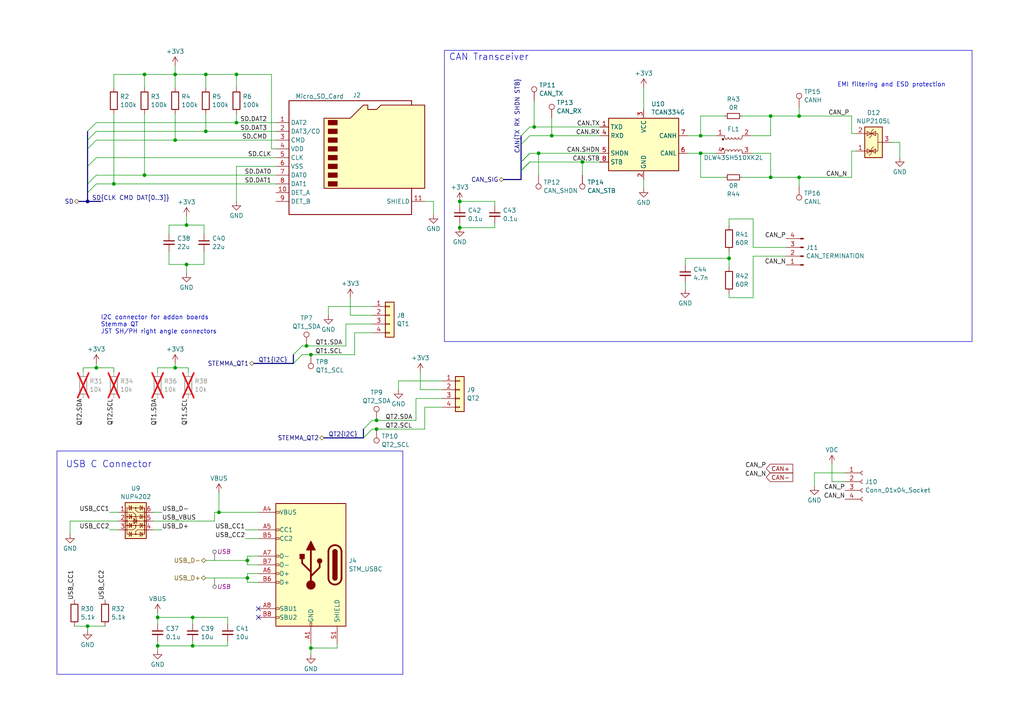
<source format=kicad_sch>
(kicad_sch (version 20230121) (generator eeschema)
  (paper "A4")
  (title_block (title "T3 Telemetry Board") (date "2023-07-26") (rev "1.1a-DRAFT") (company "Solar Vehicle Project"))
  (lib_symbols
    (symbol "Connector:Conn_01x04_Pin" (pin_names (offset 1.016) hide)
      (property "Reference" "J" (at 0 5.08 0))
      (property "Value" "Conn_01x04_Pin" (at 0 -7.62 0))
      (symbol "Conn_01x04_Pin_1_1"
        (pin passive line (at 5.08 2.54 180) (length 3.81) (name "Pin_1") (number "1"))
        (pin passive line (at 5.08 0 180) (length 3.81) (name "Pin_2") (number "2"))
        (pin passive line (at 5.08 -2.54 180) (length 3.81) (name "Pin_3") (number "3"))
        (pin passive line (at 5.08 -5.08 180) (length 3.81) (name "Pin_4") (number "4"))
      )
    )
    (symbol "Connector:Conn_01x04_Socket" (pin_names (offset 1.016) hide)
      (property "Reference" "J" (at 0 5.08 0))
      (property "Value" "Conn_01x04_Socket" (at 0 -7.62 0))
      (symbol "Conn_01x04_Socket_1_1"
        (pin passive line (at -5.08 2.54 0) (length 3.81) (name "Pin_1") (number "1"))
        (pin passive line (at -5.08 0 0) (length 3.81) (name "Pin_2") (number "2"))
        (pin passive line (at -5.08 -2.54 0) (length 3.81) (name "Pin_3") (number "3"))
        (pin passive line (at -5.08 -5.08 0) (length 3.81) (name "Pin_4") (number "4"))
      )
    )
    (symbol "Connector:Micro_SD_Card_Det_Hirose_DM3AT"
      (property "Reference" "J" (at -16.51 17.78 0))
      (property "Value" "Micro_SD_Card_Det_Hirose_DM3AT" (at 16.51 17.78 0))
      (symbol "Micro_SD_Card_Det_Hirose_DM3AT_1_1"
        (pin bidirectional line (at -22.86 10.16 0) (length 3.81) (name "DAT2") (number "1"))
        (pin passive line (at -22.86 -10.16 0) (length 3.81) (name "DET_A") (number "10"))
        (pin passive line (at 20.32 -12.7 180) (length 3.81) (name "SHIELD") (number "11"))
        (pin bidirectional line (at -22.86 7.62 0) (length 3.81) (name "DAT3/CD") (number "2"))
        (pin input line (at -22.86 5.08 0) (length 3.81) (name "CMD") (number "3"))
        (pin power_in line (at -22.86 2.54 0) (length 3.81) (name "VDD") (number "4"))
        (pin input line (at -22.86 0 0) (length 3.81) (name "CLK") (number "5"))
        (pin power_in line (at -22.86 -2.54 0) (length 3.81) (name "VSS") (number "6"))
        (pin bidirectional line (at -22.86 -5.08 0) (length 3.81) (name "DAT0") (number "7"))
        (pin bidirectional line (at -22.86 -7.62 0) (length 3.81) (name "DAT1") (number "8"))
        (pin passive line (at -22.86 -12.7 0) (length 3.81) (name "DET_B") (number "9"))
      )
    )
    (symbol "Connector:TestPoint" (pin_numbers hide) (pin_names (offset 0.762) hide)
      (property "Reference" "TP" (at 0 6.858 0))
      (property "Value" "TestPoint" (at 0 5.08 0))
      (symbol "TestPoint_1_1"
        (pin passive line (at 0 0 90) (length 2.54) (name "1") (number "1"))
      )
    )
    (symbol "Connector:USB_C_Receptacle_USB2.0" (pin_names (offset 1.016))
      (property "Reference" "J" (at -10.16 19.05 0))
      (property "Value" "USB_C_Receptacle_USB2.0" (at 19.05 19.05 0))
      (symbol "USB_C_Receptacle_USB2.0_1_1"
        (pin passive line (at 0 -22.86 90) (length 5.08) (name "GND") (number "A1"))
        (pin passive line (at 0 -22.86 90) (length 5.08) hide (name "GND") (number "A12"))
        (pin passive line (at 15.24 15.24 180) (length 5.08) (name "VBUS") (number "A4"))
        (pin bidirectional line (at 15.24 10.16 180) (length 5.08) (name "CC1") (number "A5"))
        (pin bidirectional line (at 15.24 -2.54 180) (length 5.08) (name "D+") (number "A6"))
        (pin bidirectional line (at 15.24 2.54 180) (length 5.08) (name "D-") (number "A7"))
        (pin bidirectional line (at 15.24 -12.7 180) (length 5.08) (name "SBU1") (number "A8"))
        (pin passive line (at 15.24 15.24 180) (length 5.08) hide (name "VBUS") (number "A9"))
        (pin passive line (at 0 -22.86 90) (length 5.08) hide (name "GND") (number "B1"))
        (pin passive line (at 0 -22.86 90) (length 5.08) hide (name "GND") (number "B12"))
        (pin passive line (at 15.24 15.24 180) (length 5.08) hide (name "VBUS") (number "B4"))
        (pin bidirectional line (at 15.24 7.62 180) (length 5.08) (name "CC2") (number "B5"))
        (pin bidirectional line (at 15.24 -5.08 180) (length 5.08) (name "D+") (number "B6"))
        (pin bidirectional line (at 15.24 0 180) (length 5.08) (name "D-") (number "B7"))
        (pin bidirectional line (at 15.24 -15.24 180) (length 5.08) (name "SBU2") (number "B8"))
        (pin passive line (at 15.24 15.24 180) (length 5.08) hide (name "VBUS") (number "B9"))
        (pin passive line (at -7.62 -22.86 90) (length 5.08) (name "SHIELD") (number "S1"))
      )
    )
    (symbol "Connector_Generic:Conn_01x04" (pin_names (offset 1.016) hide)
      (property "Reference" "J" (at 0 5.08 0))
      (property "Value" "Conn_01x04" (at 0 -7.62 0))
      (symbol "Conn_01x04_1_1"
        (pin passive line (at -5.08 2.54 0) (length 3.81) (name "Pin_1") (number "1"))
        (pin passive line (at -5.08 0 0) (length 3.81) (name "Pin_2") (number "2"))
        (pin passive line (at -5.08 -2.54 0) (length 3.81) (name "Pin_3") (number "3"))
        (pin passive line (at -5.08 -5.08 0) (length 3.81) (name "Pin_4") (number "4"))
      )
    )
    (symbol "Device:C_Small" (pin_numbers hide) (pin_names (offset 0.254) hide)
      (property "Reference" "C" (at 0.254 1.778 0))
      (property "Value" "C_Small" (at 0.254 -2.032 0))
      (symbol "C_Small_1_1"
        (pin passive line (at 0 2.54 270) (length 2.032) (name "~") (number "1"))
        (pin passive line (at 0 -2.54 90) (length 2.032) (name "~") (number "2"))
      )
    )
    (symbol "Device:L_Coupled_1243" (pin_names (offset 0.254) hide)
      (property "Reference" "L" (at 0 4.445 0))
      (property "Value" "L_Coupled_1243" (at 0 -4.445 0))
      (symbol "L_Coupled_1243_1_1"
        (pin passive line (at -5.08 2.54 0) (length 2.54) (name "1") (number "1"))
        (pin passive line (at 5.08 2.54 180) (length 2.54) (name "2") (number "2"))
        (pin passive line (at 5.08 -2.54 180) (length 2.54) (name "3") (number "3"))
        (pin passive line (at -5.08 -2.54 0) (length 2.54) (name "4") (number "4"))
      )
    )
    (symbol "Device:R" (pin_numbers hide) (pin_names (offset 0))
      (property "Reference" "R" (at 2.032 0 90))
      (property "Value" "R" (at 0 0 90))
      (symbol "R_1_1"
        (pin passive line (at 0 3.81 270) (length 1.27) (name "~") (number "1"))
        (pin passive line (at 0 -3.81 90) (length 1.27) (name "~") (number "2"))
      )
    )
    (symbol "Device:R_Small" (pin_numbers hide) (pin_names (offset 0.254) hide)
      (property "Reference" "R" (at 0.762 0.508 0))
      (property "Value" "R_Small" (at 0.762 -1.016 0))
      (symbol "R_Small_1_1"
        (pin passive line (at 0 2.54 270) (length 0.762) (name "~") (number "1"))
        (pin passive line (at 0 -2.54 90) (length 0.762) (name "~") (number "2"))
      )
    )
    (symbol "Interface_CAN_LIN:TCAN334G"
      (property "Reference" "U" (at -10.16 8.89 0))
      (property "Value" "TCAN334G" (at 2.54 8.89 0))
      (symbol "TCAN334G_1_1"
        (pin input line (at -12.7 5.08 0) (length 2.54) (name "TXD") (number "1"))
        (pin power_in line (at 0 -10.16 90) (length 2.54) (name "GND") (number "2"))
        (pin power_in line (at 0 10.16 270) (length 2.54) (name "VCC") (number "3"))
        (pin tri_state line (at -12.7 2.54 0) (length 2.54) (name "RXD") (number "4"))
        (pin input line (at -12.7 -2.54 0) (length 2.54) (name "SHDN") (number "5"))
        (pin bidirectional line (at 12.7 -2.54 180) (length 2.54) (name "CANL") (number "6"))
        (pin bidirectional line (at 12.7 2.54 180) (length 2.54) (name "CANH") (number "7"))
        (pin input line (at -12.7 -5.08 0) (length 2.54) (name "STB") (number "8"))
      )
    )
    (symbol "Power_Protection:NUP2105L" (pin_names hide)
      (property "Reference" "D" (at 5.715 2.54 0))
      (property "Value" "NUP2105L" (at 5.715 0.635 0))
      (symbol "NUP2105L_0_0"
        (pin passive line (at 0 -5.08 90) (length 2.54) (name "A") (number "3"))
      )
      (symbol "NUP2105L_1_1"
        (pin passive line (at -2.54 5.08 270) (length 2.54) (name "K") (number "1"))
        (pin passive line (at 2.54 5.08 270) (length 2.54) (name "K") (number "2"))
      )
    )
    (symbol "Power_Protection:NUP4202"
      (property "Reference" "U" (at -6.985 -2.54 0))
      (property "Value" "NUP4202" (at 6.35 1.27 90))
      (symbol "NUP4202_1_1"
        (pin passive line (at -2.54 -5.08 90) (length 2.54) (name "~") (number "1"))
        (pin passive line (at 0 -5.08 90) (length 2.54) (name "~") (number "2"))
        (pin passive line (at 2.54 -5.08 90) (length 2.54) (name "~") (number "3"))
        (pin passive line (at 2.54 5.08 270) (length 2.54) (name "~") (number "4"))
        (pin passive line (at 0 5.08 270) (length 2.54) (name "~") (number "5"))
        (pin passive line (at -2.54 5.08 270) (length 2.54) (name "~") (number "6"))
      )
    )
    (symbol "power:+3V3" (power) (pin_names (offset 0))
      (property "Value" "+3V3" (at 0 3.556 0))
      (symbol "+3V3_1_1"
        (pin power_in line (at 0 0 90) (length 0) hide (name "+3V3") (number "1"))
      )
    )
    (symbol "power:GND" (power) (pin_names (offset 0))
      (property "Value" "GND" (at 0 -3.81 0))
      (symbol "GND_1_1"
        (pin power_in line (at 0 0 270) (length 0) hide (name "GND") (number "1"))
      )
    )
    (symbol "power:VBUS" (power) (pin_names (offset 0))
      (property "Value" "VBUS" (at 0 3.81 0))
      (symbol "VBUS_1_1"
        (pin power_in line (at 0 0 90) (length 0) hide (name "VBUS") (number "1"))
      )
    )
    (symbol "power:VDC" (power) (pin_names (offset 0))
      (property "Value" "VDC" (at 0 6.35 0))
      (symbol "VDC_1_1"
        (pin power_in line (at 0 0 90) (length 0) hide (name "VDC") (number "1"))
      )
    )
  )
  (junction (at 133.35 58.42))
  (junction (at 168.91 46.99))
  (junction (at 90.17 102.87))
  (junction (at 41.91 21.59))
  (junction (at 223.52 33.655))
  (junction (at 59.69 38.1))
  (junction (at 71.755 162.56))
  (junction (at 68.58 21.59))
  (junction (at 154.94 36.83))
  (junction (at 33.02 53.34))
  (junction (at 55.88 187.325))
  (junction (at 203.2 44.45))
  (junction (at 54.102 76.708))
  (junction (at 50.8 21.59))
  (junction (at 54.102 65.278))
  (junction (at 156.21 44.45))
  (junction (at 68.58 35.56))
  (junction (at 88.9 100.33))
  (junction (at 223.52 51.435))
  (junction (at 55.88 179.07))
  (junction (at 71.755 167.64))
  (junction (at 160.02 39.37))
  (junction (at 59.69 21.59))
  (junction (at 63.5 148.59))
  (junction (at 109.22 121.92))
  (junction (at 90.17 187.96))
  (junction (at 231.775 51.435))
  (junction (at 203.2 39.37))
  (junction (at 133.35 66.04))
  (junction (at 231.775 33.655))
  (junction (at 50.8 40.64))
  (junction (at 50.8 106.68))
  (junction (at 45.72 187.325))
  (junction (at 45.72 179.07))
  (junction (at 27.94 106.68))
  (junction (at 211.455 74.93))
  (junction (at 25.4 181.61))
  (junction (at 25.4 58.42))
  (junction (at 109.22 124.46))
  (junction (at 41.91 50.8))
  (no_connect (at 74.93 176.53))
  (no_connect (at 74.93 179.07))
  (bus_entry (at 151.13 46.99) (size 2.54 -2.54))
  (bus_entry (at 151.13 49.53) (size 2.54 -2.54))
  (bus_entry (at 151.13 41.91) (size 2.54 -2.54))
  (bus_entry (at 27.94 50.8) (size -2.54 2.54))
  (bus_entry (at 27.94 53.34) (size -2.54 2.54))
  (bus_entry (at 151.13 46.99) (size 2.54 -2.54))
  (bus_entry (at 151.13 49.53) (size 2.54 -2.54))
  (bus_entry (at 105.41 124.46) (size 2.54 -2.54))
  (bus_entry (at 85.09 105.41) (size 2.54 -2.54))
  (bus_entry (at 105.41 127) (size 2.54 -2.54))
  (bus_entry (at 85.09 102.87) (size 2.54 -2.54))
  (bus_entry (at 27.94 40.64) (size -2.54 2.54))
  (bus_entry (at 27.94 35.56) (size -2.54 2.54))
  (bus_entry (at 27.94 38.1) (size -2.54 2.54))
  (bus_entry (at 27.94 45.72) (size -2.54 2.54))
  (bus_entry (at 151.13 39.37) (size 2.54 -2.54))
  (wire (pts (xy 247.015 43.815) (xy 247.015 51.435)))
  (wire (pts (xy 55.88 179.07) (xy 45.72 179.07)))
  (wire (pts (xy 211.455 77.47) (xy 211.455 74.93)))
  (wire (pts (xy 74.93 161.29) (xy 71.755 161.29)))
  (wire (pts (xy 215.265 51.435) (xy 223.52 51.435)))
  (wire (pts (xy 31.75 153.67) (xy 34.29 153.67)))
  (wire (pts (xy 27.94 45.72) (xy 80.01 45.72)))
  (wire (pts (xy 168.91 46.99) (xy 168.91 50.8)))
  (wire (pts (xy 241.3 134.62) (xy 241.3 139.7)))
  (wire (pts (xy 143.51 66.04) (xy 143.51 64.77)))
  (wire (pts (xy 245.11 137.16) (xy 236.22 137.16)))
  (bus (pts (xy 105.41 124.46) (xy 105.41 127)))
  (wire (pts (xy 107.95 124.46) (xy 109.22 124.46)))
  (wire (pts (xy 211.455 74.93) (xy 198.755 74.93)))
  (wire (pts (xy 50.8 19.05) (xy 50.8 21.59)))
  (wire (pts (xy 260.985 41.275) (xy 260.985 45.72)))
  (wire (pts (xy 30.48 181.61) (xy 25.4 181.61)))
  (wire (pts (xy 154.94 29.21) (xy 154.94 36.83)))
  (wire (pts (xy 90.17 102.87) (xy 102.87 102.87)))
  (wire (pts (xy 50.8 33.02) (xy 50.8 40.64)))
  (wire (pts (xy 109.22 121.92) (xy 120.65 121.92)))
  (wire (pts (xy 101.6 91.44) (xy 101.6 86.36)))
  (wire (pts (xy 41.91 21.59) (xy 33.02 21.59)))
  (wire (pts (xy 46.99 153.67) (xy 44.45 153.67)))
  (wire (pts (xy 186.69 25.4) (xy 186.69 31.75)))
  (wire (pts (xy 63.5 142.875) (xy 63.5 148.59)))
  (wire (pts (xy 54.102 62.738) (xy 54.102 65.278)))
  (wire (pts (xy 90.17 187.96) (xy 90.17 186.69)))
  (wire (pts (xy 80.01 43.18) (xy 78.74 43.18)))
  (wire (pts (xy 109.22 124.46) (xy 123.19 124.46)))
  (wire (pts (xy 125.73 58.42) (xy 125.73 62.23)))
  (wire (pts (xy 218.44 86.36) (xy 218.44 74.295)))
  (wire (pts (xy 59.69 33.02) (xy 59.69 38.1)))
  (wire (pts (xy 59.69 38.1) (xy 80.01 38.1)))
  (wire (pts (xy 33.02 106.68) (xy 27.94 106.68)))
  (bus (pts (xy 151.13 41.91) (xy 151.13 46.99)))
  (wire (pts (xy 128.27 113.03) (xy 121.92 113.03)))
  (wire (pts (xy 27.94 53.34) (xy 33.02 53.34)))
  (wire (pts (xy 247.015 38.735) (xy 248.285 38.735)))
  (bus (pts (xy 25.4 53.34) (xy 25.4 55.88)))
  (bus (pts (xy 25.4 43.18) (xy 25.4 48.26)))
  (wire (pts (xy 231.775 51.435) (xy 231.775 53.975)))
  (wire (pts (xy 41.91 33.02) (xy 41.91 50.8)))
  (wire (pts (xy 71.755 161.29) (xy 71.755 162.56)))
  (wire (pts (xy 25.4 181.61) (xy 25.4 182.88)))
  (wire (pts (xy 97.79 187.96) (xy 90.17 187.96)))
  (wire (pts (xy 154.94 36.83) (xy 173.99 36.83)))
  (wire (pts (xy 120.65 115.57) (xy 120.65 121.92)))
  (wire (pts (xy 71.755 163.83) (xy 74.93 163.83)))
  (wire (pts (xy 71.755 162.56) (xy 71.755 163.83)))
  (wire (pts (xy 87.63 100.33) (xy 88.9 100.33)))
  (wire (pts (xy 218.44 74.295) (xy 227.965 74.295)))
  (wire (pts (xy 54.61 106.68) (xy 50.8 106.68)))
  (wire (pts (xy 50.8 40.64) (xy 80.01 40.64)))
  (wire (pts (xy 245.11 139.7) (xy 241.3 139.7)))
  (wire (pts (xy 54.61 107.95) (xy 54.61 106.68)))
  (wire (pts (xy 59.182 65.278) (xy 59.182 67.818)))
  (wire (pts (xy 71.12 156.21) (xy 74.93 156.21)))
  (wire (pts (xy 95.25 88.9) (xy 95.25 91.44)))
  (wire (pts (xy 247.015 43.815) (xy 248.285 43.815)))
  (wire (pts (xy 59.69 167.64) (xy 71.755 167.64)))
  (wire (pts (xy 143.51 58.42) (xy 143.51 59.69)))
  (wire (pts (xy 62.23 151.13) (xy 62.23 148.59)))
  (wire (pts (xy 236.22 137.16) (xy 236.22 140.97)))
  (wire (pts (xy 27.94 105.41) (xy 27.94 106.68)))
  (wire (pts (xy 54.102 65.278) (xy 49.022 65.278)))
  (wire (pts (xy 231.775 51.435) (xy 247.015 51.435)))
  (wire (pts (xy 203.2 33.655) (xy 203.2 39.37)))
  (wire (pts (xy 123.19 58.42) (xy 125.73 58.42)))
  (wire (pts (xy 41.91 50.8) (xy 80.01 50.8)))
  (wire (pts (xy 207.645 39.37) (xy 203.2 39.37)))
  (wire (pts (xy 227.965 71.755) (xy 218.44 71.755)))
  (wire (pts (xy 68.58 33.02) (xy 68.58 35.56)))
  (wire (pts (xy 156.21 44.45) (xy 156.21 50.8)))
  (wire (pts (xy 90.17 189.865) (xy 90.17 187.96)))
  (wire (pts (xy 45.72 179.07) (xy 45.72 180.975)))
  (wire (pts (xy 211.455 86.36) (xy 218.44 86.36)))
  (wire (pts (xy 88.9 100.33) (xy 100.33 100.33)))
  (wire (pts (xy 66.04 186.055) (xy 66.04 187.325)))
  (wire (pts (xy 115.57 110.49) (xy 115.57 113.03)))
  (wire (pts (xy 21.59 181.61) (xy 25.4 181.61)))
  (wire (pts (xy 33.02 53.34) (xy 80.01 53.34)))
  (wire (pts (xy 223.52 39.37) (xy 217.805 39.37)))
  (wire (pts (xy 128.27 115.57) (xy 120.65 115.57)))
  (wire (pts (xy 50.8 106.68) (xy 45.72 106.68)))
  (wire (pts (xy 62.23 148.59) (xy 63.5 148.59)))
  (wire (pts (xy 153.67 44.45) (xy 156.21 44.45)))
  (bus (pts (xy 22.86 58.42) (xy 25.4 58.42)))
  (wire (pts (xy 33.02 21.59) (xy 33.02 25.4)))
  (bus (pts (xy 25.4 58.42) (xy 25.4 55.88)))
  (wire (pts (xy 87.63 102.87) (xy 90.17 102.87)))
  (wire (pts (xy 102.87 96.52) (xy 102.87 102.87)))
  (wire (pts (xy 168.91 46.99) (xy 173.99 46.99)))
  (wire (pts (xy 27.94 50.8) (xy 41.91 50.8)))
  (wire (pts (xy 133.35 58.42) (xy 133.35 59.69)))
  (wire (pts (xy 207.645 44.45) (xy 203.2 44.45)))
  (wire (pts (xy 31.75 148.59) (xy 34.29 148.59)))
  (wire (pts (xy 20.32 154.94) (xy 20.32 151.13)))
  (wire (pts (xy 215.265 33.655) (xy 223.52 33.655)))
  (wire (pts (xy 66.04 187.325) (xy 55.88 187.325)))
  (wire (pts (xy 41.91 21.59) (xy 50.8 21.59)))
  (wire (pts (xy 44.45 151.13) (xy 62.23 151.13)))
  (wire (pts (xy 55.88 186.055) (xy 55.88 187.325)))
  (wire (pts (xy 74.93 166.37) (xy 71.755 166.37)))
  (bus (pts (xy 151.13 39.37) (xy 151.13 41.91)))
  (bus (pts (xy 93.98 127) (xy 105.41 127)))
  (wire (pts (xy 59.69 21.59) (xy 68.58 21.59)))
  (wire (pts (xy 33.02 33.02) (xy 33.02 53.34)))
  (wire (pts (xy 203.2 44.45) (xy 199.39 44.45)))
  (wire (pts (xy 34.29 151.13) (xy 20.32 151.13)))
  (wire (pts (xy 68.58 48.26) (xy 68.58 58.42)))
  (wire (pts (xy 78.74 21.59) (xy 68.58 21.59)))
  (bus (pts (xy 73.66 105.41) (xy 85.09 105.41)))
  (wire (pts (xy 211.455 63.5) (xy 211.455 65.405)))
  (wire (pts (xy 68.58 35.56) (xy 80.01 35.56)))
  (wire (pts (xy 50.8 21.59) (xy 50.8 25.4)))
  (wire (pts (xy 123.19 118.11) (xy 123.19 124.46)))
  (wire (pts (xy 66.04 180.975) (xy 66.04 179.07)))
  (wire (pts (xy 107.95 121.92) (xy 109.22 121.92)))
  (wire (pts (xy 66.04 179.07) (xy 55.88 179.07)))
  (wire (pts (xy 203.2 51.435) (xy 203.2 44.45)))
  (wire (pts (xy 50.8 105.41) (xy 50.8 106.68)))
  (wire (pts (xy 27.94 106.68) (xy 24.13 106.68)))
  (wire (pts (xy 45.72 186.055) (xy 45.72 187.325)))
  (wire (pts (xy 258.445 41.275) (xy 260.985 41.275)))
  (wire (pts (xy 121.92 113.03) (xy 121.92 107.95)))
  (wire (pts (xy 41.91 21.59) (xy 41.91 25.4)))
  (wire (pts (xy 49.022 76.708) (xy 49.022 72.898)))
  (wire (pts (xy 223.52 33.655) (xy 223.52 39.37)))
  (bus (pts (xy 146.05 52.07) (xy 151.13 52.07)))
  (wire (pts (xy 218.44 63.5) (xy 211.455 63.5)))
  (wire (pts (xy 97.79 186.69) (xy 97.79 187.96)))
  (wire (pts (xy 45.72 177.8) (xy 45.72 179.07)))
  (wire (pts (xy 45.72 187.325) (xy 45.72 188.595)))
  (wire (pts (xy 27.94 35.56) (xy 68.58 35.56)))
  (wire (pts (xy 107.95 88.9) (xy 95.25 88.9)))
  (wire (pts (xy 55.88 179.07) (xy 55.88 180.975)))
  (wire (pts (xy 198.755 74.93) (xy 198.755 76.835)))
  (wire (pts (xy 128.27 118.11) (xy 123.19 118.11)))
  (wire (pts (xy 54.102 65.278) (xy 59.182 65.278)))
  (wire (pts (xy 71.12 153.67) (xy 74.93 153.67)))
  (wire (pts (xy 210.185 51.435) (xy 203.2 51.435)))
  (wire (pts (xy 133.35 66.04) (xy 143.51 66.04)))
  (wire (pts (xy 45.72 106.68) (xy 45.72 107.95)))
  (wire (pts (xy 133.35 64.77) (xy 133.35 66.04)))
  (wire (pts (xy 211.455 73.025) (xy 211.455 74.93)))
  (wire (pts (xy 33.02 107.95) (xy 33.02 106.68)))
  (wire (pts (xy 156.21 44.45) (xy 173.99 44.45)))
  (wire (pts (xy 107.95 93.98) (xy 100.33 93.98)))
  (wire (pts (xy 46.99 148.59) (xy 44.45 148.59)))
  (wire (pts (xy 210.185 33.655) (xy 203.2 33.655)))
  (wire (pts (xy 231.775 31.115) (xy 231.775 33.655)))
  (bus (pts (xy 85.09 102.87) (xy 85.09 105.41)))
  (wire (pts (xy 198.755 81.915) (xy 198.755 83.82)))
  (bus (pts (xy 25.4 58.42) (xy 29.21 58.42)))
  (wire (pts (xy 78.74 43.18) (xy 78.74 21.59)))
  (wire (pts (xy 223.52 33.655) (xy 231.775 33.655)))
  (wire (pts (xy 218.44 71.755) (xy 218.44 63.5)))
  (wire (pts (xy 27.94 40.64) (xy 50.8 40.64)))
  (wire (pts (xy 107.95 96.52) (xy 102.87 96.52)))
  (wire (pts (xy 231.775 33.655) (xy 247.015 33.655)))
  (wire (pts (xy 203.2 39.37) (xy 199.39 39.37)))
  (wire (pts (xy 211.455 85.09) (xy 211.455 86.36)))
  (wire (pts (xy 63.5 148.59) (xy 74.93 148.59)))
  (wire (pts (xy 59.182 76.708) (xy 54.102 76.708)))
  (wire (pts (xy 133.35 58.42) (xy 143.51 58.42)))
  (wire (pts (xy 160.02 39.37) (xy 173.99 39.37)))
  (wire (pts (xy 153.67 46.99) (xy 168.91 46.99)))
  (wire (pts (xy 153.67 36.83) (xy 154.94 36.83)))
  (wire (pts (xy 223.52 51.435) (xy 231.775 51.435)))
  (wire (pts (xy 223.52 44.45) (xy 217.805 44.45)))
  (wire (pts (xy 55.88 187.325) (xy 45.72 187.325)))
  (bus (pts (xy 25.4 38.1) (xy 25.4 40.64)))
  (wire (pts (xy 59.69 162.56) (xy 71.755 162.56)))
  (wire (pts (xy 49.022 65.278) (xy 49.022 67.818)))
  (wire (pts (xy 80.01 48.26) (xy 68.58 48.26)))
  (wire (pts (xy 54.102 76.708) (xy 49.022 76.708)))
  (wire (pts (xy 59.182 72.898) (xy 59.182 76.708)))
  (bus (pts (xy 25.4 48.26) (xy 25.4 53.34)))
  (wire (pts (xy 27.94 38.1) (xy 59.69 38.1)))
  (wire (pts (xy 160.02 34.29) (xy 160.02 39.37)))
  (bus (pts (xy 25.4 40.64) (xy 25.4 43.18)))
  (wire (pts (xy 68.58 21.59) (xy 68.58 25.4)))
  (wire (pts (xy 50.8 21.59) (xy 59.69 21.59)))
  (wire (pts (xy 59.69 21.59) (xy 59.69 25.4)))
  (wire (pts (xy 153.67 39.37) (xy 160.02 39.37)))
  (wire (pts (xy 71.755 166.37) (xy 71.755 167.64)))
  (wire (pts (xy 100.33 93.98) (xy 100.33 100.33)))
  (wire (pts (xy 71.755 168.91) (xy 74.93 168.91)))
  (wire (pts (xy 128.27 110.49) (xy 115.57 110.49)))
  (wire (pts (xy 107.95 91.44) (xy 101.6 91.44)))
  (bus (pts (xy 151.13 46.99) (xy 151.13 49.53)))
  (wire (pts (xy 223.52 44.45) (xy 223.52 51.435)))
  (bus (pts (xy 151.13 49.53) (xy 151.13 52.07)))
  (wire (pts (xy 54.102 79.248) (xy 54.102 76.708)))
  (wire (pts (xy 247.015 38.735) (xy 247.015 33.655)))
  (wire (pts (xy 71.755 167.64) (xy 71.755 168.91)))
  (wire (pts (xy 186.69 52.07) (xy 186.69 54.61)))
  (wire (pts (xy 24.13 106.68) (xy 24.13 107.95)))
  (rectangle (start 16.51 130.81) (end 116.84 195.58))
  (rectangle (start 128.905 14.605) (end 281.94 99.06))
  (text "EMI filtering and ESD protection" (at 242.824 25.4 0) (effects (font (size 1.27 1.27)) (justify left bottom)))
  (text "CAN Transceiver " (at 130.175 17.78 0) (effects (font (size 1.905 1.905)) (justify left bottom)))
  (text "I2C connector for addon boards\nStemma QT\nJST SH/PH right angle connectors\n\n" (at 29.21 99.06 0) (effects (font (size 1.27 1.27)) (justify left bottom)))
  (text "USB C Connector" (at 19.05 135.89 0) (effects (font (size 1.905 1.905)) (justify left bottom)))
  (label "CAN_P" (at 246.38 33.655 180))
  (label "QT2.SCL" (at 111.76 124.46 0))
  (label "SD.CMD" (at 77.47 40.64 180))
  (label "CAN.SHDN" (at 173.99 44.45 180))
  (label "QT2{I2C}" (at 95.25 127 0))
  (label "USB_CC2" (at 30.48 173.99 90))
  (label "QT1.SCL" (at 54.61 115.57 270))
  (label "USB_D-" (at 46.99 148.59 0))
  (label "CAN_P" (at 245.11 142.24 180))
  (label "QT1.SDA" (at 45.72 115.57 270))
  (label "SD.DAT0" (at 78.74 50.8 180))
  (label "USB_CC2" (at 71.12 156.21 180))
  (label "USB_D+" (at 46.99 153.67 0))
  (label "CAN_P" (at 222.25 135.89 180))
  (label "QT1.SCL" (at 91.44 102.87 0))
  (label "USB_CC1" (at 71.12 153.67 180))
  (label "USB_VBUS" (at 46.99 151.13 0))
  (label "SD{CLK CMD DAT[0..3]}" (at 26.67 58.42 0))
  (label "CAN.STB" (at 173.99 46.99 180))
  (label "USB_CC1" (at 31.75 148.59 180))
  (label "SD.DAT2" (at 77.47 35.56 180))
  (label "CAN{TX RX SHDN STB}" (at 151.13 44.45 90))
  (label "USB_CC1" (at 21.59 173.99 90))
  (label "QT2.SDA" (at 111.76 121.92 0))
  (label "CAN.TX" (at 173.99 36.83 180))
  (label "QT2.SCL" (at 33.02 115.57 270))
  (label "SD.DAT1" (at 78.74 53.34 180))
  (label "CAN_N" (at 222.25 138.43 180))
  (label "CAN_P" (at 227.965 69.215 180))
  (label "CAN_N" (at 227.965 76.835 180))
  (label "QT2.SDA" (at 24.13 115.57 270))
  (label "CAN_N" (at 245.11 144.78 180))
  (label "CAN.RX" (at 173.99 39.37 180))
  (label "CAN_N" (at 245.745 51.435 180))
  (label "QT1{I2C}" (at 74.93 105.41 0))
  (label "USB_CC2" (at 31.75 153.67 180))
  (label "QT1.SDA" (at 91.44 100.33 0))
  (label "SD.DAT3" (at 77.47 38.1 180))
  (label "SD.CLK" (at 78.74 45.72 180))
  (global_label "CAN-" (shape input) (at 222.25 138.43 0) (property "Intersheetrefs" "${INTERSHEET_REFS}" (effects hide)))
  (global_label "CAN+" (shape input) (at 222.25 135.89 0) (property "Intersheetrefs" "${INTERSHEET_REFS}" (effects hide)))
  (hierarchical_label "CAN_SIG" (shape bidirectional) (at 146.05 52.07 180))
  (hierarchical_label "STEMMA_QT1" (shape bidirectional) (at 73.66 105.41 180))
  (hierarchical_label "SD" (shape bidirectional) (at 22.86 58.42 180))
  (hierarchical_label "STEMMA_QT2" (shape bidirectional) (at 93.98 127 180))
  (hierarchical_label "USB_D-" (shape bidirectional) (at 59.69 162.56 180))
  (hierarchical_label "USB_D+" (shape bidirectional) (at 59.69 167.64 180))
  (netclass_flag "" (length 2.54) (shape round) (at 62.23 167.64 180) (property "Netclass" "USB" (at 62.9285 170.18 0) (effects (font italic) (justify left))))
  (netclass_flag "" (length 2.54) (shape round) (at 62.23 162.56 0) (property "Netclass" "USB" (at 62.9285 160.02 0) (effects (font italic) (justify left))))
  (symbol (lib_id "Device:C_Small") (at 66.04 183.515 0) (unit 1)
    (property "Reference" "C41" (at 68.3641 182.3092 0) (effects (justify left)))
    (property "Value" "10u" (at 68.3641 184.7334 0) (effects (justify left)))
    (property "Footprint" "Capacitor_SMD:C_0805_2012Metric" (effects hide))
  )
  (symbol (lib_id "Device:R") (at 59.69 29.21 0) (unit 1)
    (property "Reference" "R5" (at 61.468 27.9979 0) (effects (justify left)))
    (property "Value" "100k" (at 61.468 30.4221 0) (effects (justify left)))
    (property "Footprint" "Resistor_SMD:R_0402_1005Metric" (effects hide))
    (instances (project "telem3" (path "" (reference "R5") (unit 1)) (path "" (reference "R39") (unit 1))))
  )
  (symbol (lib_id "Device:R_Small") (at 212.725 51.435 90) (mirror x) (unit 1)
    (property "Reference" "R44" (at 212.725 56.3159 90))
    (property "Value" "0R" (at 212.725 53.8917 90))
    (property "Footprint" "Resistor_SMD:R_0603_1608Metric" (effects hide))
  )
  (symbol (lib_id "power:+3V3") (at 54.102 62.738 0) (unit 1)
    (property "Reference" "#PWR02" (effects hide))
    (property "Value" "+3V3" (at 54.102 58.6049 0))
    (instances (project "telem3" (path "" (reference "#PWR02") (unit 1)) (path "" (reference "#PWR068") (unit 1))))
  )
  (symbol (lib_id "power:GND") (at 125.73 62.23 0) (unit 1)
    (property "Reference" "#PWR061" (effects hide))
    (property "Value" "GND" (at 125.73 66.3631 0))
    (instances (project "telem3" (path "" (reference "#PWR061") (unit 1)) (path "" (reference "#PWR077") (unit 1))))
  )
  (symbol (lib_id "Connector:TestPoint") (at 90.17 102.87 180) (unit 1) (in_bom no)
    (property "Reference" "TP8" (at 91.567 104.9599 0) (effects (justify right)))
    (property "Value" "QT1_SCL" (at 91.567 107.3841 0) (effects (justify right)))
    (property "Footprint" "TestPoint:TestPoint_Pad_D1.0mm" (effects hide))
  )
  (symbol (lib_id "power:GND") (at 45.72 188.595 0) (unit 1)
    (property "Reference" "#PWR065" (effects hide))
    (property "Value" "GND" (at 45.72 192.7281 0))
  )
  (symbol (lib_id "power:VBUS") (at 63.5 142.875 0) (unit 1)
    (property "Reference" "#PWR070" (effects hide))
    (property "Value" "VBUS" (at 63.5 138.7419 0))
  )
  (symbol (lib_id "Device:C_Small") (at 59.182 70.358 0) (unit 1)
    (property "Reference" "C40" (at 61.5061 69.1522 0) (effects (justify left)))
    (property "Value" "22u" (at 61.5061 71.5764 0) (effects (justify left)))
    (property "Footprint" "Capacitor_SMD:C_0805_2012Metric" (effects hide))
  )
  (symbol (lib_id "power:GND") (at 198.755 83.82 0) (unit 1)
    (property "Reference" "#PWR084" (effects hide))
    (property "Value" "GND" (at 198.755 87.9531 0))
  )
  (symbol (lib_id "power:+3V3") (at 186.69 25.4 0) (unit 1)
    (property "Reference" "#PWR082" (effects hide))
    (property "Value" "+3V3" (at 186.69 21.2669 0))
  )
  (symbol (lib_id "power:GND") (at 133.35 66.04 0) (unit 1)
    (property "Reference" "#PWR079" (effects hide))
    (property "Value" "GND" (at 133.35 70.1731 0))
  )
  (symbol (lib_id "power:+3V3") (at 50.8 19.05 0) (unit 1)
    (property "Reference" "#PWR02" (effects hide))
    (property "Value" "+3V3" (at 50.8 14.9169 0))
    (instances (project "telem3" (path "" (reference "#PWR02") (unit 1)) (path "" (reference "#PWR066") (unit 1))))
  )
  (symbol (lib_id "Connector:Conn_01x04_Pin") (at 233.045 74.295 180) (unit 1)
    (property "Reference" "J11" (at 233.7562 71.8129 0) (effects (justify right)))
    (property "Value" "CAN_TERMINATION" (at 233.7562 74.2371 0) (effects (justify right)))
    (property "Footprint" "Connector_PinHeader_2.54mm:PinHeader_1x04_P2.54mm_Vertical" (effects hide))
  )
  (symbol (lib_id "Device:R") (at 33.02 29.21 0) (unit 1)
    (property "Reference" "R2" (at 34.798 27.9979 0) (effects (justify left)))
    (property "Value" "100k" (at 34.798 30.4221 0) (effects (justify left)))
    (property "Footprint" "Resistor_SMD:R_0402_1005Metric" (effects hide))
    (instances (project "telem3" (path "" (reference "R2") (unit 1)) (path "" (reference "R33") (unit 1))))
  )
  (symbol (lib_id "Device:R") (at 54.61 111.76 0) (unit 1) (dnp yes)
    (property "Reference" "R38" (at 56.388 110.5479 0) (effects (justify left)))
    (property "Value" "10k" (at 56.388 112.9721 0) (effects (justify left)))
    (property "Footprint" "Resistor_SMD:R_0603_1608Metric" (effects hide))
  )
  (symbol (lib_id "power:GND") (at 236.22 140.97 0) (mirror y) (unit 1)
    (property "Reference" "#PWR080" (effects hide))
    (property "Value" "GND" (at 236.22 145.1031 0))
  )
  (symbol (lib_id "Connector:TestPoint") (at 156.21 50.8 180) (unit 1) (in_bom no)
    (property "Reference" "TP12" (at 157.607 52.8899 0) (effects (justify right)))
    (property "Value" "CAN_SHDN" (at 157.607 55.3141 0) (effects (justify right)))
    (property "Footprint" "TestPoint:TestPoint_Pad_D1.0mm" (effects hide))
  )
  (symbol (lib_id "power:GND") (at 90.17 189.865 0) (unit 1)
    (property "Reference" "#PWR072" (effects hide))
    (property "Value" "GND" (at 90.17 193.9981 0))
  )
  (symbol (lib_id "Device:R") (at 211.455 69.215 180) (unit 1)
    (property "Reference" "R41" (at 213.233 68.0029 0) (effects (justify right)))
    (property "Value" "60R" (at 213.233 70.4271 0) (effects (justify right)))
    (property "Footprint" "Resistor_SMD:R_0603_1608Metric" (effects hide))
  )
  (symbol (lib_id "Connector:TestPoint") (at 160.02 34.29 0) (unit 1) (in_bom no)
    (property "Reference" "TP13" (at 161.417 29.7759 0) (effects (justify left)))
    (property "Value" "CAN_RX" (at 161.417 32.2001 0) (effects (justify left)))
    (property "Footprint" "TestPoint:TestPoint_Pad_D1.0mm" (effects hide))
  )
  (symbol (lib_id "Connector:Conn_01x04_Socket") (at 250.19 139.7 0) (unit 1)
    (property "Reference" "J10" (at 250.9012 139.7579 0) (effects (justify left)))
    (property "Value" "Conn_01x04_Socket" (at 250.9012 142.1821 0) (effects (justify left)))
    (property "Footprint" "Connector_Phoenix_MC:PhoenixContact_MC_1,5_4-GF-3.5_1x04_P3.50mm_Horizontal_ThreadedFlange_MountHole" (effects hide))
  )
  (symbol (lib_id "Device:C_Small") (at 49.022 70.358 0) (unit 1)
    (property "Reference" "C38" (at 51.3461 69.1522 0) (effects (justify left)))
    (property "Value" "22u" (at 51.3461 71.5764 0) (effects (justify left)))
    (property "Footprint" "Capacitor_SMD:C_0805_2012Metric" (effects hide))
  )
  (symbol (lib_id "Device:R_Small") (at 212.725 33.655 90) (unit 1)
    (property "Reference" "R43" (at 212.725 28.7741 90))
    (property "Value" "0R" (at 212.725 31.1983 90))
    (property "Footprint" "Resistor_SMD:R_0603_1608Metric" (effects hide))
  )
  (symbol (lib_id "Device:R") (at 68.58 29.21 0) (unit 1)
    (property "Reference" "R6" (at 70.358 27.9979 0) (effects (justify left)))
    (property "Value" "100k" (at 70.358 30.4221 0) (effects (justify left)))
    (property "Footprint" "Resistor_SMD:R_0402_1005Metric" (effects hide))
    (instances (project "telem3" (path "" (reference "R6") (unit 1)) (path "" (reference "R40") (unit 1))))
  )
  (symbol (lib_id "Device:C_Small") (at 133.35 62.23 0) (unit 1)
    (property "Reference" "C42" (at 135.6741 61.0242 0) (effects (justify left)))
    (property "Value" "0.1u" (at 135.6741 63.4484 0) (effects (justify left)))
    (property "Footprint" "Capacitor_SMD:C_0402_1005Metric" (effects hide))
  )
  (symbol (lib_id "power:+3V3") (at 50.8 105.41 0) (unit 1)
    (property "Reference" "#PWR02" (effects hide))
    (property "Value" "+3V3" (at 50.8 101.2769 0))
    (instances (project "telem3" (path "" (reference "#PWR02") (unit 1)) (path "" (reference "#PWR067") (unit 1))))
  )
  (symbol (lib_id "Device:C_Small") (at 55.88 183.515 0) (unit 1)
    (property "Reference" "C39" (at 58.2041 182.3092 0) (effects (justify left)))
    (property "Value" "10u" (at 58.2041 184.7334 0) (effects (justify left)))
    (property "Footprint" "Capacitor_SMD:C_0805_2012Metric" (effects hide))
  )
  (symbol (lib_id "Connector:USB_C_Receptacle_USB2.0") (at 90.17 163.83 0) (mirror y) (unit 1)
    (property "Reference" "J4" (at 101.092 162.6179 0) (effects (justify right)))
    (property "Value" "STM_USBC" (at 101.092 165.0421 0) (effects (justify right)))
    (property "Footprint" "Connector_USB:USB_C_Receptacle_HRO_TYPE-C-31-M-12" (effects hide))
    (property "Datasheet" "https://www.usb.org/sites/default/files/documents/usb_type-c.zip" (effects hide))
    (instances (project "telem3" (path "" (reference "J4") (unit 1)) (path "" (reference "J6") (unit 1))))
  )
  (symbol (lib_id "Device:C_Small") (at 198.755 79.375 0) (unit 1)
    (property "Reference" "C44" (at 201.0791 78.1692 0) (effects (justify left)))
    (property "Value" "4.7n" (at 201.0791 80.5934 0) (effects (justify left)))
    (property "Footprint" "Capacitor_SMD:C_0402_1005Metric" (effects hide))
  )
  (symbol (lib_id "Connector:TestPoint") (at 109.22 121.92 0) (unit 1) (in_bom no)
    (property "Reference" "TP9" (at 109.22 113.8387 0))
    (property "Value" "QT2_SDA" (at 109.22 116.2629 0))
    (property "Footprint" "TestPoint:TestPoint_Pad_D1.0mm" (effects hide))
  )
  (symbol (lib_id "Device:R") (at 50.8 29.21 0) (unit 1)
    (property "Reference" "R4" (at 52.578 27.9979 0) (effects (justify left)))
    (property "Value" "100k" (at 52.578 30.4221 0) (effects (justify left)))
    (property "Footprint" "Resistor_SMD:R_0402_1005Metric" (effects hide))
    (instances (project "telem3" (path "" (reference "R4") (unit 1)) (path "" (reference "R37") (unit 1))))
  )
  (symbol (lib_id "power:VBUS") (at 45.72 177.8 0) (unit 1)
    (property "Reference" "#PWR064" (effects hide))
    (property "Value" "VBUS" (at 45.72 173.6669 0))
  )
  (symbol (lib_id "Device:C_Small") (at 45.72 183.515 0) (unit 1)
    (property "Reference" "C37" (at 48.0441 182.3092 0) (effects (justify left)))
    (property "Value" "0.1u" (at 48.0441 184.7334 0) (effects (justify left)))
    (property "Footprint" "Capacitor_SMD:C_0402_1005Metric" (effects hide))
  )
  (symbol (lib_id "Device:R") (at 30.48 177.8 0) (unit 1)
    (property "Reference" "R32" (at 32.258 176.5879 0) (effects (justify left)))
    (property "Value" "5.1k" (at 32.258 179.0121 0) (effects (justify left)))
    (property "Footprint" "Resistor_SMD:R_0402_1005Metric" (effects hide))
  )
  (symbol (lib_id "Connector_Generic:Conn_01x04") (at 133.35 113.03 0) (unit 1)
    (property "Reference" "J9" (at 135.382 113.0879 0) (effects (justify left)))
    (property "Value" "QT2" (at 135.382 115.5121 0) (effects (justify left)))
    (property "Footprint" "Connector_JST:JST_SH_SM04B-SRSS-TB_1x04-1MP_P1.00mm_Horizontal" (effects hide))
  )
  (symbol (lib_id "Device:R") (at 211.455 81.28 180) (unit 1)
    (property "Reference" "R42" (at 213.233 80.0679 0) (effects (justify right)))
    (property "Value" "60R" (at 213.233 82.4921 0) (effects (justify right)))
    (property "Footprint" "Resistor_SMD:R_0603_1608Metric" (effects hide))
  )
  (symbol (lib_id "Device:C_Small") (at 143.51 62.23 0) (unit 1)
    (property "Reference" "C43" (at 145.8341 61.0242 0) (effects (justify left)))
    (property "Value" "0.1u" (at 145.8341 63.4484 0) (effects (justify left)))
    (property "Footprint" "Capacitor_SMD:C_0402_1005Metric" (effects hide))
  )
  (symbol (lib_id "Interface_CAN_LIN:TCAN334G") (at 186.69 41.91 0) (unit 1)
    (property "Reference" "U10" (at 188.8841 30.1457 0) (effects (justify left)))
    (property "Value" "TCAN334G" (at 188.8841 32.5699 0) (effects (justify left)))
    (property "Footprint" "Package_SO:SOIC-8_3.9x4.9mm_P1.27mm" (effects hide))
    (property "Datasheet" "http://www.ti.com/lit/ds/symlink/tcan337.pdf" (effects hide))
  )
  (symbol (lib_id "Connector_Generic:Conn_01x04") (at 113.03 91.44 0) (unit 1)
    (property "Reference" "J8" (at 115.062 91.4979 0) (effects (justify left)))
    (property "Value" "QT1" (at 115.062 93.9221 0) (effects (justify left)))
    (property "Footprint" "Connector_JST:JST_SH_SM04B-SRSS-TB_1x04-1MP_P1.00mm_Horizontal" (effects hide))
  )
  (symbol (lib_id "power:GND") (at 115.57 113.03 0) (unit 1)
    (property "Reference" "#PWR061" (effects hide))
    (property "Value" "GND" (at 115.57 117.1631 0))
    (instances (project "telem3" (path "" (reference "#PWR061") (unit 1)) (path "" (reference "#PWR075") (unit 1))))
  )
  (symbol (lib_id "power:VDC") (at 241.3 134.62 0) (mirror y) (unit 1)
    (property "Reference" "#PWR081" (effects hide))
    (property "Value" "VDC" (at 241.3 130.4869 0))
  )
  (symbol (lib_id "power:GND") (at 54.102 79.248 0) (unit 1)
    (property "Reference" "#PWR061" (effects hide))
    (property "Value" "GND" (at 54.102 83.3811 0))
    (instances (project "telem3" (path "" (reference "#PWR061") (unit 1)) (path "" (reference "#PWR069") (unit 1))))
  )
  (symbol (lib_id "Connector:TestPoint") (at 168.91 50.8 180) (unit 1) (in_bom no)
    (property "Reference" "TP14" (at 170.307 52.8899 0) (effects (justify right)))
    (property "Value" "CAN_STB" (at 170.307 55.3141 0) (effects (justify right)))
    (property "Footprint" "TestPoint:TestPoint_Pad_D1.0mm" (effects hide))
  )
  (symbol (lib_id "Connector:TestPoint") (at 109.22 124.46 180) (unit 1) (in_bom no)
    (property "Reference" "TP10" (at 110.617 126.5499 0) (effects (justify right)))
    (property "Value" "QT2_SCL" (at 110.617 128.9741 0) (effects (justify right)))
    (property "Footprint" "TestPoint:TestPoint_Pad_D1.0mm" (effects hide))
  )
  (symbol (lib_id "power:GND") (at 25.4 182.88 0) (unit 1)
    (property "Reference" "#PWR062" (effects hide))
    (property "Value" "GND" (at 25.4 187.0131 0))
  )
  (symbol (lib_id "Device:L_Coupled_1243") (at 212.725 41.91 0) (unit 1)
    (property "Reference" "FL1" (at 212.725 37.465 0))
    (property "Value" "DLW43SH510XK2L" (at 212.725 45.72 0))
    (property "Footprint" "footprints:FIL_DLW43SH510XK2L" (effects hide))
    (property "Datasheet" "https://datasheet.lcsc.com/lcsc/1810252010_Murata-Electronics-DLW43SH510XK2L_C91595.pdf" (effects hide))
  )
  (symbol (lib_id "Power_Protection:NUP2105L") (at 253.365 41.275 90) (unit 1)
    (property "Reference" "D12" (at 253.365 32.6857 90))
    (property "Value" "NUP2105L" (at 253.365 35.1099 90))
    (property "Footprint" "Package_TO_SOT_SMD:SOT-23" (effects hide))
    (property "Datasheet" "http://www.onsemi.com/pub_link/Collateral/NUP2105L-D.PDF" (effects hide))
  )
  (symbol (lib_id "Connector:TestPoint") (at 154.94 29.21 0) (unit 1) (in_bom no)
    (property "Reference" "TP11" (at 156.337 24.6959 0) (effects (justify left)))
    (property "Value" "CAN_TX" (at 156.337 27.1201 0) (effects (justify left)))
    (property "Footprint" "TestPoint:TestPoint_Pad_D1.0mm" (effects hide))
  )
  (symbol (lib_id "power:+3V3") (at 133.35 58.42 0) (unit 1)
    (property "Reference" "#PWR078" (effects hide))
    (property "Value" "+3V3" (at 133.35 54.2869 0))
  )
  (symbol (lib_id "power:GND") (at 20.32 154.94 0) (unit 1)
    (property "Reference" "#PWR061" (effects hide))
    (property "Value" "GND" (at 20.32 159.0731 0))
  )
  (symbol (lib_id "Device:R") (at 45.72 111.76 0) (unit 1) (dnp yes)
    (property "Reference" "R36" (at 47.498 110.5479 0) (effects (justify left)))
    (property "Value" "10k" (at 47.498 112.9721 0) (effects (justify left)))
    (property "Footprint" "Resistor_SMD:R_0603_1608Metric" (effects hide))
  )
  (symbol (lib_id "Connector:TestPoint") (at 231.775 53.975 180) (unit 1) (in_bom no)
    (property "Reference" "TP16" (at 233.172 56.0649 0) (effects (justify right)))
    (property "Value" "CANL" (at 233.172 58.4891 0) (effects (justify right)))
    (property "Footprint" "TestPoint:TestPoint_Pad_D1.0mm" (effects hide))
  )
  (symbol (lib_id "Connector:TestPoint") (at 88.9 100.33 0) (unit 1) (in_bom no)
    (property "Reference" "TP7" (at 88.9 92.2487 0))
    (property "Value" "QT1_SDA" (at 88.9 94.6729 0))
    (property "Footprint" "TestPoint:TestPoint_Pad_D1.0mm" (effects hide))
  )
  (symbol (lib_id "power:GND") (at 95.25 91.44 0) (unit 1)
    (property "Reference" "#PWR061" (effects hide))
    (property "Value" "GND" (at 95.25 95.5731 0))
    (instances (project "telem3" (path "" (reference "#PWR061") (unit 1)) (path "" (reference "#PWR073") (unit 1))))
  )
  (symbol (lib_id "power:GND") (at 260.985 45.72 0) (unit 1)
    (property "Reference" "#PWR085" (effects hide))
    (property "Value" "GND" (at 260.985 49.8531 0))
  )
  (symbol (lib_id "Device:R") (at 24.13 111.76 0) (unit 1) (dnp yes)
    (property "Reference" "R31" (at 25.908 110.5479 0) (effects (justify left)))
    (property "Value" "10k" (at 25.908 112.9721 0) (effects (justify left)))
    (property "Footprint" "Resistor_SMD:R_0603_1608Metric" (effects hide))
  )
  (symbol (lib_id "power:+3V3") (at 101.6 86.36 0) (unit 1)
    (property "Reference" "#PWR02" (effects hide))
    (property "Value" "+3V3" (at 101.6 82.2269 0))
    (instances (project "telem3" (path "" (reference "#PWR02") (unit 1)) (path "" (reference "#PWR074") (unit 1))))
  )
  (symbol (lib_id "Connector:Micro_SD_Card_Det_Hirose_DM3AT") (at 102.87 45.72 0) (unit 1)
    (property "Reference" "J2" (at 103.505 27.6057 0))
    (property "Value" "Micro_SD_Card" (at 92.71 27.94 0))
    (property "Footprint" "Connector_Card:microSD_HC_Hirose_DM3AT-SF-PEJM5" (effects hide))
    (property "Datasheet" "https://www.hirose.com/product/en/download_file/key_name/DM3/category/Catalog/doc_file_id/49662/?file_category_id=4&item_id=195&is_series=1" (effects hide))
    (instances (project "telem3" (path "" (reference "J2") (unit 1)) (path "" (reference "J7") (unit 1))))
  )
  (symbol (lib_id "power:+3V3") (at 27.94 105.41 0) (unit 1)
    (property "Reference" "#PWR02" (effects hide))
    (property "Value" "+3V3" (at 27.94 101.2769 0))
    (instances (project "telem3" (path "" (reference "#PWR02") (unit 1)) (path "" (reference "#PWR063") (unit 1))))
  )
  (symbol (lib_id "Device:R") (at 33.02 111.76 0) (unit 1) (dnp yes)
    (property "Reference" "R34" (at 34.798 110.5479 0) (effects (justify left)))
    (property "Value" "10k" (at 34.798 112.9721 0) (effects (justify left)))
    (property "Footprint" "Resistor_SMD:R_0603_1608Metric" (effects hide))
  )
  (symbol (lib_id "power:GND") (at 68.58 58.42 0) (unit 1)
    (property "Reference" "#PWR061" (effects hide))
    (property "Value" "GND" (at 68.58 62.5531 0))
    (instances (project "telem3" (path "" (reference "#PWR061") (unit 1)) (path "" (reference "#PWR071") (unit 1))))
  )
  (symbol (lib_id "power:+3V3") (at 121.92 107.95 0) (unit 1)
    (property "Reference" "#PWR02" (effects hide))
    (property "Value" "+3V3" (at 121.92 103.8169 0))
    (instances (project "telem3" (path "" (reference "#PWR02") (unit 1)) (path "" (reference "#PWR076") (unit 1))))
  )
  (symbol (lib_id "Power_Protection:NUP4202") (at 39.37 151.13 270) (unit 1)
    (property "Reference" "U9" (at 39.37 141.6517 90))
    (property "Value" "NUP4202" (at 39.37 144.0759 90))
    (property "Footprint" "Package_TO_SOT_SMD:SOT-363_SC-70-6" (effects hide))
    (property "Datasheet" "http://www.onsemi.com/pub_link/Collateral/NUP4202W1-D.PDF" (effects hide))
  )
  (symbol (lib_id "Device:R") (at 21.59 177.8 0) (unit 1)
    (property "Reference" "R30" (at 23.368 176.5879 0) (effects (justify left)))
    (property "Value" "5.1k" (at 23.368 179.0121 0) (effects (justify left)))
    (property "Footprint" "Resistor_SMD:R_0402_1005Metric" (effects hide))
  )
  (symbol (lib_id "Device:R") (at 41.91 29.21 0) (unit 1)
    (property "Reference" "R3" (at 43.688 27.9979 0) (effects (justify left)))
    (property "Value" "100k" (at 43.688 30.4221 0) (effects (justify left)))
    (property "Footprint" "Resistor_SMD:R_0402_1005Metric" (effects hide))
    (instances (project "telem3" (path "" (reference "R3") (unit 1)) (path "" (reference "R35") (unit 1))))
  )
  (symbol (lib_id "power:GND") (at 186.69 54.61 0) (unit 1)
    (property "Reference" "#PWR083" (effects hide))
    (property "Value" "GND" (at 186.69 58.7431 0))
  )
  (symbol (lib_id "Connector:TestPoint") (at 231.775 31.115 0) (unit 1) (in_bom no)
    (property "Reference" "TP15" (at 233.172 26.6009 0) (effects (justify left)))
    (property "Value" "CANH" (at 233.172 29.0251 0) (effects (justify left)))
    (property "Footprint" "TestPoint:TestPoint_Pad_D1.0mm" (effects hide))
  )
)
</source>
